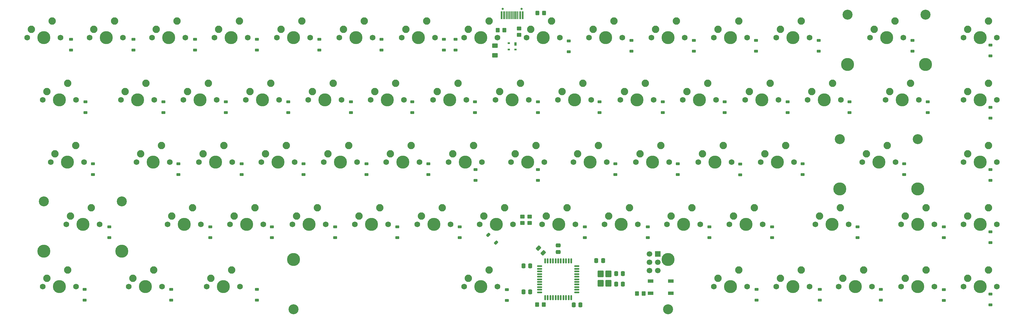
<source format=gbr>
G04 #@! TF.GenerationSoftware,KiCad,Pcbnew,9.0.3*
G04 #@! TF.CreationDate,2025-08-18T15:49:34-07:00*
G04 #@! TF.ProjectId,PCB-Keyboard-EDIPO-ALPS,5043422d-4b65-4796-926f-6172642d4544,rev?*
G04 #@! TF.SameCoordinates,Original*
G04 #@! TF.FileFunction,Soldermask,Bot*
G04 #@! TF.FilePolarity,Negative*
%FSLAX46Y46*%
G04 Gerber Fmt 4.6, Leading zero omitted, Abs format (unit mm)*
G04 Created by KiCad (PCBNEW 9.0.3) date 2025-08-18 15:49:34*
%MOMM*%
%LPD*%
G01*
G04 APERTURE LIST*
G04 Aperture macros list*
%AMRoundRect*
0 Rectangle with rounded corners*
0 $1 Rounding radius*
0 $2 $3 $4 $5 $6 $7 $8 $9 X,Y pos of 4 corners*
0 Add a 4 corners polygon primitive as box body*
4,1,4,$2,$3,$4,$5,$6,$7,$8,$9,$2,$3,0*
0 Add four circle primitives for the rounded corners*
1,1,$1+$1,$2,$3*
1,1,$1+$1,$4,$5*
1,1,$1+$1,$6,$7*
1,1,$1+$1,$8,$9*
0 Add four rect primitives between the rounded corners*
20,1,$1+$1,$2,$3,$4,$5,0*
20,1,$1+$1,$4,$5,$6,$7,0*
20,1,$1+$1,$6,$7,$8,$9,0*
20,1,$1+$1,$8,$9,$2,$3,0*%
G04 Aperture macros list end*
%ADD10C,2.250000*%
%ADD11C,3.987800*%
%ADD12C,3.048000*%
%ADD13C,1.750000*%
%ADD14RoundRect,0.225000X0.375000X-0.225000X0.375000X0.225000X-0.375000X0.225000X-0.375000X-0.225000X0*%
%ADD15RoundRect,0.250000X0.350000X0.450000X-0.350000X0.450000X-0.350000X-0.450000X0.350000X-0.450000X0*%
%ADD16RoundRect,0.250000X-0.450000X0.350000X-0.450000X-0.350000X0.450000X-0.350000X0.450000X0.350000X0*%
%ADD17RoundRect,0.137500X-0.600000X0.137500X-0.600000X-0.137500X0.600000X-0.137500X0.600000X0.137500X0*%
%ADD18RoundRect,0.137500X-0.137500X0.600000X-0.137500X-0.600000X0.137500X-0.600000X0.137500X0.600000X0*%
%ADD19RoundRect,0.250000X-0.337500X-0.475000X0.337500X-0.475000X0.337500X0.475000X-0.337500X0.475000X0*%
%ADD20R,0.700000X0.600000*%
%ADD21R,0.700000X1.000000*%
%ADD22RoundRect,0.250001X0.624999X-0.462499X0.624999X0.462499X-0.624999X0.462499X-0.624999X-0.462499X0*%
%ADD23RoundRect,0.250000X-0.325000X-0.450000X0.325000X-0.450000X0.325000X0.450000X-0.325000X0.450000X0*%
%ADD24RoundRect,0.250000X0.337500X0.475000X-0.337500X0.475000X-0.337500X-0.475000X0.337500X-0.475000X0*%
%ADD25RoundRect,0.250000X0.574524X0.097227X0.097227X0.574524X-0.574524X-0.097227X-0.097227X-0.574524X0*%
%ADD26RoundRect,0.250000X0.475000X-0.337500X0.475000X0.337500X-0.475000X0.337500X-0.475000X-0.337500X0*%
%ADD27R,0.600000X2.450000*%
%ADD28R,0.300000X2.450000*%
%ADD29C,0.650000*%
%ADD30R,1.700000X1.700000*%
%ADD31C,1.700000*%
%ADD32R,1.800000X1.100000*%
%ADD33RoundRect,0.250000X0.650000X-0.800000X0.650000X0.800000X-0.650000X0.800000X-0.650000X-0.800000X0*%
%ADD34RoundRect,0.225000X0.424264X0.106066X0.106066X0.424264X-0.424264X-0.106066X-0.106066X-0.424264X0*%
G04 APERTURE END LIST*
D10*
X82173486Y-126889014D03*
X75823486Y-129429014D03*
D11*
X91539736Y-140224014D03*
D12*
X91539736Y-124984014D03*
D13*
X84713486Y-131969014D03*
D11*
X79633486Y-131969014D03*
D13*
X74553486Y-131969014D03*
D11*
X67727236Y-140224014D03*
D12*
X67727236Y-124984014D03*
D10*
X356017236Y-126889014D03*
X349667236Y-129429014D03*
D13*
X358557236Y-131969014D03*
D11*
X353477236Y-131969014D03*
D13*
X348397236Y-131969014D03*
D10*
X170279736Y-126889014D03*
X163929736Y-129429014D03*
D13*
X172819736Y-131969014D03*
D11*
X167739736Y-131969014D03*
D13*
X162659736Y-131969014D03*
D10*
X98842236Y-88789014D03*
X92492236Y-91329014D03*
D13*
X101382236Y-93869014D03*
D11*
X96302236Y-93869014D03*
D13*
X91222236Y-93869014D03*
D10*
X160754736Y-107839014D03*
X154404736Y-110379014D03*
D13*
X163294736Y-112919014D03*
D11*
X158214736Y-112919014D03*
D13*
X153134736Y-112919014D03*
D10*
X132179736Y-126889014D03*
X125829736Y-129429014D03*
D13*
X134719736Y-131969014D03*
D11*
X129639736Y-131969014D03*
D13*
X124559736Y-131969014D03*
D10*
X246479736Y-126889014D03*
X240129736Y-129429014D03*
D13*
X249019736Y-131969014D03*
D11*
X243939736Y-131969014D03*
D13*
X238859736Y-131969014D03*
D10*
X151229736Y-126889014D03*
X144879736Y-129429014D03*
D13*
X153769736Y-131969014D03*
D11*
X148689736Y-131969014D03*
D13*
X143609736Y-131969014D03*
D10*
X336967236Y-126889014D03*
X330617236Y-129429014D03*
D13*
X339507236Y-131969014D03*
D11*
X334427236Y-131969014D03*
D13*
X329347236Y-131969014D03*
D10*
X317917236Y-145939014D03*
X311567236Y-148479014D03*
D13*
X320457236Y-151019014D03*
D11*
X315377236Y-151019014D03*
D13*
X310297236Y-151019014D03*
D10*
X232192236Y-88789014D03*
X225842236Y-91329014D03*
D13*
X234732236Y-93869014D03*
D11*
X229652236Y-93869014D03*
D13*
X224572236Y-93869014D03*
D10*
X222667236Y-69739014D03*
X216317236Y-72279014D03*
D13*
X225207236Y-74819014D03*
D11*
X220127236Y-74819014D03*
D13*
X215047236Y-74819014D03*
D10*
X308392236Y-88789014D03*
X302042236Y-91329014D03*
D13*
X310932236Y-93869014D03*
D11*
X305852236Y-93869014D03*
D13*
X300772236Y-93869014D03*
D10*
X279817236Y-69739014D03*
X273467236Y-72279014D03*
D13*
X282357236Y-74819014D03*
D11*
X277277236Y-74819014D03*
D13*
X272197236Y-74819014D03*
D10*
X165517236Y-69739014D03*
X159167236Y-72279014D03*
D13*
X168057236Y-74819014D03*
D11*
X162977236Y-74819014D03*
D13*
X157897236Y-74819014D03*
D10*
X336967236Y-145939014D03*
X330617236Y-148479014D03*
D13*
X339507236Y-151019014D03*
D11*
X334427236Y-151019014D03*
D13*
X329347236Y-151019014D03*
D10*
X101223486Y-145939014D03*
X94873486Y-148479014D03*
D13*
X103763486Y-151019014D03*
D11*
X98683486Y-151019014D03*
D13*
X93603486Y-151019014D03*
D10*
X356017236Y-88789014D03*
X349667236Y-91329014D03*
D13*
X358557236Y-93869014D03*
D11*
X353477236Y-93869014D03*
D13*
X348397236Y-93869014D03*
D10*
X241717236Y-69739014D03*
X235367236Y-72279014D03*
D13*
X244257236Y-74819014D03*
D11*
X239177236Y-74819014D03*
D13*
X234097236Y-74819014D03*
D10*
X77410986Y-107839014D03*
X71060986Y-110379014D03*
D13*
X79950986Y-112919014D03*
D11*
X74870986Y-112919014D03*
D13*
X69790986Y-112919014D03*
D10*
X217904736Y-107839014D03*
X211554736Y-110379014D03*
D13*
X220444736Y-112919014D03*
D11*
X215364736Y-112919014D03*
D13*
X210284736Y-112919014D03*
D10*
X356017236Y-145939014D03*
X349667236Y-148479014D03*
D13*
X358557236Y-151019014D03*
D11*
X353477236Y-151019014D03*
D13*
X348397236Y-151019014D03*
D10*
X75029736Y-145939014D03*
X68679736Y-148479014D03*
D13*
X77569736Y-151019014D03*
D11*
X72489736Y-151019014D03*
D13*
X67409736Y-151019014D03*
D10*
X203617236Y-69739014D03*
X197267236Y-72279014D03*
D13*
X206157236Y-74819014D03*
D11*
X201077236Y-74819014D03*
D13*
X195997236Y-74819014D03*
D10*
X260767236Y-69739014D03*
X254417236Y-72279014D03*
D13*
X263307236Y-74819014D03*
D11*
X258227236Y-74819014D03*
D13*
X253147236Y-74819014D03*
D10*
X356017236Y-69739014D03*
X349667236Y-72279014D03*
D13*
X358557236Y-74819014D03*
D11*
X353477236Y-74819014D03*
D13*
X348397236Y-74819014D03*
D10*
X127417236Y-69739014D03*
X121067236Y-72279014D03*
D13*
X129957236Y-74819014D03*
D11*
X124877236Y-74819014D03*
D13*
X119797236Y-74819014D03*
D10*
X227429736Y-126889014D03*
X221079736Y-129429014D03*
D13*
X229969736Y-131969014D03*
D11*
X224889736Y-131969014D03*
D13*
X219809736Y-131969014D03*
D10*
X325060986Y-107839014D03*
X318710986Y-110379014D03*
D11*
X334427236Y-121174014D03*
D12*
X334427236Y-105934014D03*
D13*
X327600986Y-112919014D03*
D11*
X322520986Y-112919014D03*
D13*
X317440986Y-112919014D03*
D11*
X310614736Y-121174014D03*
D12*
X310614736Y-105934014D03*
D10*
X275054736Y-107839014D03*
X268704736Y-110379014D03*
D13*
X277594736Y-112919014D03*
D11*
X272514736Y-112919014D03*
D13*
X267434736Y-112919014D03*
D10*
X289342236Y-88789014D03*
X282992236Y-91329014D03*
D13*
X291882236Y-93869014D03*
D11*
X286802236Y-93869014D03*
D13*
X281722236Y-93869014D03*
D10*
X298867236Y-145939014D03*
X292517236Y-148479014D03*
D13*
X301407236Y-151019014D03*
D11*
X296327236Y-151019014D03*
D13*
X291247236Y-151019014D03*
D10*
X332204736Y-88789014D03*
X325854736Y-91329014D03*
D13*
X334744736Y-93869014D03*
D11*
X329664736Y-93869014D03*
D13*
X324584736Y-93869014D03*
D10*
X125028600Y-145939014D03*
X118678600Y-148479014D03*
D13*
X127568600Y-151019014D03*
D11*
X122488600Y-151019014D03*
D13*
X117408600Y-151019014D03*
D10*
X155992236Y-88789014D03*
X149642236Y-91329014D03*
D13*
X158532236Y-93869014D03*
D11*
X153452236Y-93869014D03*
D13*
X148372236Y-93869014D03*
D10*
X194092236Y-88789014D03*
X187742236Y-91329014D03*
D13*
X196632236Y-93869014D03*
D11*
X191552236Y-93869014D03*
D13*
X186472236Y-93869014D03*
D10*
X103604736Y-107839014D03*
X97254736Y-110379014D03*
D13*
X106144736Y-112919014D03*
D11*
X101064736Y-112919014D03*
D13*
X95984736Y-112919014D03*
D10*
X270292236Y-88789014D03*
X263942236Y-91329014D03*
D13*
X272832236Y-93869014D03*
D11*
X267752236Y-93869014D03*
D13*
X262672236Y-93869014D03*
D10*
X136942236Y-88789014D03*
X130592236Y-91329014D03*
D13*
X139482236Y-93869014D03*
D11*
X134402236Y-93869014D03*
D13*
X129322236Y-93869014D03*
D10*
X146467236Y-69739014D03*
X140117236Y-72279014D03*
D13*
X149007236Y-74819014D03*
D11*
X143927236Y-74819014D03*
D13*
X138847236Y-74819014D03*
D10*
X213142236Y-88789014D03*
X206792236Y-91329014D03*
D13*
X215682236Y-93869014D03*
D11*
X210602236Y-93869014D03*
D13*
X205522236Y-93869014D03*
D10*
X189329736Y-126889014D03*
X182979736Y-129429014D03*
D13*
X191869736Y-131969014D03*
D11*
X186789736Y-131969014D03*
D13*
X181709736Y-131969014D03*
D10*
X298867236Y-69739014D03*
X292517236Y-72279014D03*
D13*
X301407236Y-74819014D03*
D11*
X296327236Y-74819014D03*
D13*
X291247236Y-74819014D03*
D10*
X117892236Y-88789014D03*
X111542236Y-91329014D03*
D13*
X120432236Y-93869014D03*
D11*
X115352236Y-93869014D03*
D13*
X110272236Y-93869014D03*
D10*
X89317236Y-69739014D03*
X82967236Y-72279014D03*
D13*
X91857236Y-74819014D03*
D11*
X86777236Y-74819014D03*
D13*
X81697236Y-74819014D03*
D10*
X70267236Y-69739014D03*
X63917236Y-72279014D03*
D13*
X72807236Y-74819014D03*
D11*
X67727236Y-74819014D03*
D13*
X62647236Y-74819014D03*
D10*
X141704736Y-107839014D03*
X135354736Y-110379014D03*
D13*
X144244736Y-112919014D03*
D11*
X139164736Y-112919014D03*
D13*
X134084736Y-112919014D03*
D10*
X265529736Y-126889014D03*
X259179736Y-129429014D03*
D13*
X268069736Y-131969014D03*
D11*
X262989736Y-131969014D03*
D13*
X257909736Y-131969014D03*
D10*
X256004736Y-107839014D03*
X249654736Y-110379014D03*
D13*
X258544736Y-112919014D03*
D11*
X253464736Y-112919014D03*
D13*
X248384736Y-112919014D03*
D10*
X310773486Y-126889014D03*
X304423486Y-129429014D03*
D13*
X313313486Y-131969014D03*
D11*
X308233486Y-131969014D03*
D13*
X303153486Y-131969014D03*
D10*
X198854736Y-107839014D03*
X192504736Y-110379014D03*
D13*
X201394736Y-112919014D03*
D11*
X196314736Y-112919014D03*
D13*
X191234736Y-112919014D03*
D10*
X279800100Y-145939014D03*
X273450100Y-148479014D03*
D13*
X282340100Y-151019014D03*
D11*
X277260100Y-151019014D03*
D13*
X272180100Y-151019014D03*
D10*
X251242236Y-88789014D03*
X244892236Y-91329014D03*
D13*
X253782236Y-93869014D03*
D11*
X248702236Y-93869014D03*
D13*
X243622236Y-93869014D03*
D10*
X203617236Y-145939014D03*
X197267236Y-148479014D03*
D12*
X258227236Y-158004014D03*
D11*
X258227236Y-142764014D03*
D13*
X206157236Y-151019014D03*
D11*
X201077236Y-151019014D03*
D13*
X195997236Y-151019014D03*
D12*
X143927236Y-158004014D03*
D11*
X143927236Y-142764014D03*
D10*
X294104736Y-107839014D03*
X287754736Y-110379014D03*
D13*
X296644736Y-112919014D03*
D11*
X291564736Y-112919014D03*
D13*
X286484736Y-112919014D03*
D10*
X75029736Y-88789014D03*
X68679736Y-91329014D03*
D13*
X77569736Y-93869014D03*
D11*
X72489736Y-93869014D03*
D13*
X67409736Y-93869014D03*
D10*
X236954736Y-107839014D03*
X230604736Y-110379014D03*
D13*
X239494736Y-112919014D03*
D11*
X234414736Y-112919014D03*
D13*
X229334736Y-112919014D03*
D10*
X108367236Y-69739014D03*
X102017236Y-72279014D03*
D13*
X110907236Y-74819014D03*
D11*
X105827236Y-74819014D03*
D13*
X100747236Y-74819014D03*
D10*
X122654736Y-107839014D03*
X116304736Y-110379014D03*
D13*
X125194736Y-112919014D03*
D11*
X120114736Y-112919014D03*
D13*
X115034736Y-112919014D03*
D10*
X184567236Y-69739014D03*
X178217236Y-72279014D03*
D13*
X187107236Y-74819014D03*
D11*
X182027236Y-74819014D03*
D13*
X176947236Y-74819014D03*
D10*
X179804736Y-107839014D03*
X173454736Y-110379014D03*
D13*
X182344736Y-112919014D03*
D11*
X177264736Y-112919014D03*
D13*
X172184736Y-112919014D03*
D10*
X175042236Y-88789014D03*
X168692236Y-91329014D03*
D13*
X177582236Y-93869014D03*
D11*
X172502236Y-93869014D03*
D13*
X167422236Y-93869014D03*
D10*
X113129736Y-126889014D03*
X106779736Y-129429014D03*
D13*
X115669736Y-131969014D03*
D11*
X110589736Y-131969014D03*
D13*
X105509736Y-131969014D03*
D10*
X208379736Y-126889014D03*
X202029736Y-129429014D03*
D13*
X210919736Y-131969014D03*
D11*
X205839736Y-131969014D03*
D13*
X200759736Y-131969014D03*
D10*
X356017236Y-107839014D03*
X349667236Y-110379014D03*
D13*
X358557236Y-112919014D03*
D11*
X353477236Y-112919014D03*
D13*
X348397236Y-112919014D03*
D10*
X284579736Y-126889014D03*
X278229736Y-129429014D03*
D13*
X287119736Y-131969014D03*
D11*
X282039736Y-131969014D03*
D13*
X276959736Y-131969014D03*
D10*
X327442236Y-69739014D03*
X321092236Y-72279014D03*
D11*
X336808486Y-83074014D03*
D12*
X336808486Y-67834014D03*
D13*
X329982236Y-74819014D03*
D11*
X324902236Y-74819014D03*
D13*
X319822236Y-74819014D03*
D11*
X312995986Y-83074014D03*
D12*
X312995986Y-67834014D03*
D14*
X151794100Y-75315550D03*
X151794100Y-78615550D03*
D15*
X248757500Y-153141250D03*
X250757500Y-153141250D03*
D14*
X142269100Y-94492550D03*
X142269100Y-97792550D03*
X108741100Y-113413550D03*
X108741100Y-116713550D03*
X316054500Y-132717550D03*
X316054500Y-136017550D03*
X342343500Y-132717550D03*
X342343500Y-136017550D03*
D16*
X213764100Y-131605350D03*
X213764100Y-129605350D03*
D14*
X356630100Y-77158550D03*
X356630100Y-80458550D03*
X256569100Y-94492550D03*
X256569100Y-97792550D03*
X180115100Y-94492550D03*
X180115100Y-97792550D03*
X323117100Y-151894550D03*
X323117100Y-155194550D03*
D17*
X219013036Y-144796214D03*
X219013036Y-145596214D03*
X219013036Y-146396214D03*
X219013036Y-147196214D03*
X219013036Y-147996214D03*
X219013036Y-148796214D03*
X219013036Y-149596214D03*
X219013036Y-150396214D03*
X219013036Y-151196214D03*
X219013036Y-151996214D03*
X219013036Y-152796214D03*
D18*
X220675536Y-154458714D03*
X221475536Y-154458714D03*
X222275536Y-154458714D03*
X223075536Y-154458714D03*
X223875536Y-154458714D03*
X224675536Y-154458714D03*
X225475536Y-154458714D03*
X226275536Y-154458714D03*
X227075536Y-154458714D03*
X227875536Y-154458714D03*
X228675536Y-154458714D03*
D17*
X230338036Y-152796214D03*
X230338036Y-151996214D03*
X230338036Y-151196214D03*
X230338036Y-150396214D03*
X230338036Y-149596214D03*
X230338036Y-148796214D03*
X230338036Y-147996214D03*
X230338036Y-147196214D03*
X230338036Y-146396214D03*
X230338036Y-145596214D03*
X230338036Y-144796214D03*
D18*
X228675536Y-143133714D03*
X227875536Y-143133714D03*
X227075536Y-143133714D03*
X226275536Y-143133714D03*
X225475536Y-143133714D03*
X224675536Y-143133714D03*
X223875536Y-143133714D03*
X223075536Y-143133714D03*
X222275536Y-143133714D03*
X221475536Y-143133714D03*
X220675536Y-143133714D03*
D19*
X244425000Y-150237500D03*
X242350000Y-150237500D03*
D14*
X82706100Y-113413550D03*
X82706100Y-116713550D03*
X280191100Y-113510336D03*
X280191100Y-116810336D03*
X285197100Y-151894550D03*
X285197100Y-155194550D03*
X75975100Y-75315550D03*
X75975100Y-78615550D03*
X356630100Y-134304950D03*
X356630100Y-137604950D03*
X285017100Y-75696550D03*
X285017100Y-78996550D03*
X337468100Y-94492550D03*
X337468100Y-97792550D03*
D20*
X209618236Y-76551214D03*
X209618236Y-78451214D03*
X211618236Y-78451214D03*
D21*
X211618236Y-76751214D03*
D14*
X175543100Y-132717550D03*
X175543100Y-136017550D03*
X161446100Y-94492550D03*
X161446100Y-97792550D03*
X304194100Y-75696550D03*
X304194100Y-78996550D03*
D22*
X205369836Y-77305014D03*
X205369836Y-80280014D03*
D14*
X218526300Y-115256150D03*
X218526300Y-118556150D03*
X185068100Y-113413550D03*
X185068100Y-116713550D03*
X218469100Y-94492550D03*
X218469100Y-97792550D03*
D19*
X238381250Y-143093750D03*
X236306250Y-143093750D03*
D23*
X220337500Y-67331250D03*
X218287500Y-67331250D03*
D19*
X244425000Y-147062500D03*
X242350000Y-147062500D03*
D14*
X289959300Y-132717550D03*
X289959300Y-136017550D03*
X299241100Y-113413550D03*
X299241100Y-116713550D03*
D24*
X214081250Y-152618750D03*
X216156250Y-152618750D03*
D14*
X261141100Y-113413550D03*
X261141100Y-116713550D03*
X199477500Y-115256150D03*
X199477500Y-118556150D03*
X80420100Y-94492550D03*
X80420100Y-97792550D03*
D16*
X212737500Y-74031250D03*
X212737500Y-72031250D03*
D14*
X330229100Y-113413550D03*
X330229100Y-116713550D03*
X80166100Y-151894550D03*
X80166100Y-155194550D03*
X356630100Y-153353750D03*
X356630100Y-156653750D03*
X189767100Y-75315550D03*
X189767100Y-78615550D03*
X156620100Y-132717550D03*
X156620100Y-136017550D03*
X123219100Y-94492550D03*
X123219100Y-97792550D03*
X106582100Y-151894550D03*
X106582100Y-155194550D03*
D25*
X218657754Y-139245254D03*
X220125000Y-140712500D03*
D14*
X146993500Y-113413550D03*
X146993500Y-116713550D03*
D15*
X218237500Y-156531250D03*
X220237500Y-156531250D03*
D14*
X251997100Y-132717550D03*
X251997100Y-136017550D03*
D26*
X224662500Y-138381250D03*
X224662500Y-140456250D03*
D15*
X206214636Y-72531250D03*
X208214636Y-72531250D03*
D14*
X104169100Y-94492550D03*
X104169100Y-97792550D03*
X294669100Y-94492550D03*
X294669100Y-97792550D03*
X87659100Y-132717550D03*
X87659100Y-136017550D03*
X132744100Y-75315550D03*
X132744100Y-78615550D03*
X118520100Y-132717550D03*
X118520100Y-136017550D03*
X132744100Y-151894550D03*
X132744100Y-155194550D03*
X332769100Y-75696550D03*
X332769100Y-78996550D03*
X242091100Y-113413550D03*
X242091100Y-116713550D03*
X166145100Y-113413550D03*
X166145100Y-116713550D03*
X237265100Y-94492550D03*
X237265100Y-97792550D03*
D27*
X213825236Y-67938814D03*
X213050236Y-67938814D03*
D28*
X212350236Y-67938814D03*
X211850236Y-67938814D03*
X211350236Y-67938814D03*
X210850236Y-67938814D03*
X210350236Y-67938814D03*
X209850236Y-67938814D03*
X209350236Y-67938814D03*
X208850236Y-67938814D03*
D27*
X208150236Y-67938814D03*
X207375236Y-67938814D03*
D29*
X213490236Y-65993814D03*
X207710236Y-65993814D03*
D16*
X215987500Y-131605350D03*
X215987500Y-129605350D03*
D14*
X247044100Y-75696550D03*
X247044100Y-78996550D03*
X266094100Y-75696550D03*
X266094100Y-78996550D03*
X128045100Y-113413550D03*
X128045100Y-116713550D03*
D24*
X214081250Y-144681250D03*
X216156250Y-144681250D03*
D14*
X137316100Y-132717550D03*
X137316100Y-136017550D03*
X199292100Y-94492550D03*
X199292100Y-97792550D03*
X170717100Y-75315550D03*
X170717100Y-78615550D03*
X194593100Y-132717550D03*
X194593100Y-136017550D03*
D19*
X231481250Y-156587500D03*
X229406250Y-156587500D03*
D14*
X356630100Y-115193550D03*
X356630100Y-118493550D03*
D30*
X255036500Y-141051250D03*
D31*
X252496500Y-141051250D03*
X255036500Y-143591250D03*
X252496500Y-143591250D03*
X255036500Y-146131250D03*
X252496500Y-146131250D03*
D14*
X313592100Y-94492550D03*
X313592100Y-97792550D03*
X270793100Y-132717550D03*
X270793100Y-136017550D03*
X193337500Y-75331250D03*
X193337500Y-78631250D03*
X232820100Y-132717550D03*
X232820100Y-136017550D03*
D32*
X259057500Y-149341250D03*
X252857500Y-149341250D03*
X259057500Y-153041250D03*
X252857500Y-153041250D03*
D14*
X342343500Y-151984214D03*
X342343500Y-155284214D03*
X275492100Y-94492550D03*
X275492100Y-97792550D03*
X227867100Y-75823550D03*
X227867100Y-79123550D03*
D33*
X239964636Y-150028414D03*
X239964636Y-147128414D03*
X237664636Y-147128414D03*
X237664636Y-150028414D03*
D14*
X304503164Y-151894550D03*
X304503164Y-155194550D03*
X209001900Y-151984214D03*
X209001900Y-155284214D03*
X356630100Y-96207350D03*
X356630100Y-99507350D03*
X113821100Y-75315550D03*
X113821100Y-78615550D03*
X95025100Y-75315550D03*
X95025100Y-78615550D03*
D34*
X203350774Y-135204524D03*
X205684226Y-137537976D03*
M02*

</source>
